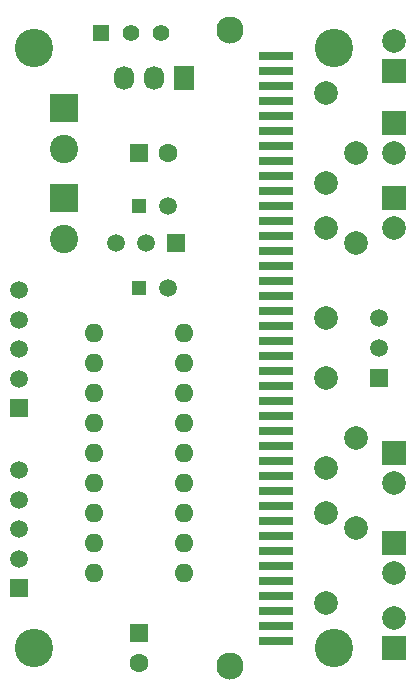
<source format=gts>
G04 #@! TF.FileFunction,Soldermask,Top*
%FSLAX46Y46*%
G04 Gerber Fmt 4.6, Leading zero omitted, Abs format (unit mm)*
G04 Created by KiCad (PCBNEW 4.0.7) date 08/30/19 18:56:12*
%MOMM*%
%LPD*%
G01*
G04 APERTURE LIST*
%ADD10C,0.100000*%
%ADD11C,2.000000*%
%ADD12R,2.000000X2.000000*%
%ADD13R,1.397000X1.397000*%
%ADD14C,1.397000*%
%ADD15C,3.250000*%
%ADD16R,1.600000X1.600000*%
%ADD17C,1.600000*%
%ADD18R,1.300000X1.300000*%
%ADD19C,1.500000*%
%ADD20O,1.600000X1.600000*%
%ADD21R,1.727200X2.032000*%
%ADD22O,1.727200X2.032000*%
%ADD23C,2.400000*%
%ADD24R,2.400000X2.400000*%
%ADD25C,1.520000*%
%ADD26R,1.520000X1.520000*%
%ADD27R,1.500000X1.500000*%
%ADD28C,2.300000*%
%ADD29R,2.900000X0.800000*%
G04 APERTURE END LIST*
D10*
D11*
X156210000Y-111760000D03*
D12*
X156210000Y-114300000D03*
D11*
X156210000Y-62865000D03*
D12*
X156210000Y-65405000D03*
D11*
X156210000Y-72390000D03*
D12*
X156210000Y-69850000D03*
D13*
X131445000Y-62230000D03*
D14*
X133985000Y-62230000D03*
X136525000Y-62230000D03*
D15*
X151130000Y-114300000D03*
D11*
X156210000Y-100330000D03*
D12*
X156210000Y-97790000D03*
D16*
X134620000Y-72390000D03*
D17*
X137120000Y-72390000D03*
D18*
X134620000Y-76835000D03*
D19*
X137120000Y-76835000D03*
D20*
X138430000Y-107950000D03*
X138430000Y-105410000D03*
X138430000Y-102870000D03*
X138430000Y-100330000D03*
X138430000Y-97790000D03*
X138430000Y-95250000D03*
X138430000Y-92710000D03*
X138430000Y-90170000D03*
X138430000Y-87630000D03*
X130810000Y-87630000D03*
X130810000Y-90170000D03*
X130810000Y-92710000D03*
X130810000Y-95250000D03*
X130810000Y-97790000D03*
X130810000Y-100330000D03*
X130810000Y-102870000D03*
X130810000Y-105410000D03*
X130810000Y-107950000D03*
D15*
X125730000Y-114300000D03*
X151130000Y-63500000D03*
X125730000Y-63500000D03*
D17*
X134620000Y-115530000D03*
D16*
X134620000Y-113030000D03*
D21*
X138430000Y-66040000D03*
D22*
X135890000Y-66040000D03*
X133350000Y-66040000D03*
D23*
X128270000Y-72080000D03*
D24*
X128270000Y-68580000D03*
D23*
X128270000Y-79700000D03*
D24*
X128270000Y-76200000D03*
D11*
X156210000Y-78740000D03*
D12*
X156210000Y-76200000D03*
D18*
X134620000Y-83820000D03*
D19*
X137120000Y-83820000D03*
D11*
X156210000Y-107950000D03*
D12*
X156210000Y-105410000D03*
D25*
X135255000Y-80010000D03*
X132715000Y-80010000D03*
D26*
X137795000Y-80010000D03*
D27*
X124460000Y-109220000D03*
D19*
X124460000Y-106720000D03*
X124460000Y-104220000D03*
X124460000Y-101720000D03*
X124460000Y-99220000D03*
D27*
X124460000Y-93980000D03*
D19*
X124460000Y-91480000D03*
X124460000Y-88980000D03*
X124460000Y-86480000D03*
X124460000Y-83980000D03*
D25*
X154940000Y-88900000D03*
X154940000Y-86360000D03*
D26*
X154940000Y-91440000D03*
D11*
X150495000Y-102870000D03*
X150495000Y-110490000D03*
X150495000Y-67310000D03*
X150495000Y-74930000D03*
X153035000Y-80010000D03*
X153035000Y-72390000D03*
X150495000Y-99060000D03*
X150495000Y-91440000D03*
X150495000Y-86360000D03*
X150495000Y-78740000D03*
X153035000Y-96520000D03*
X153035000Y-104140000D03*
D28*
X142310000Y-62000000D03*
D29*
X146210000Y-113665000D03*
X146210000Y-111125000D03*
X146210000Y-108585000D03*
X146210000Y-106045000D03*
X146210000Y-103505000D03*
X146210000Y-100965000D03*
X146210000Y-98425000D03*
X146210000Y-95885000D03*
X146210000Y-93345000D03*
X146210000Y-90805000D03*
X146210000Y-88265000D03*
X146210000Y-85725000D03*
X146210000Y-83185000D03*
X146210000Y-80645000D03*
X146210000Y-78105000D03*
X146210000Y-75565000D03*
X146210000Y-73025000D03*
X146210000Y-70485000D03*
X146210000Y-67945000D03*
X146210000Y-65405000D03*
X146210000Y-112395000D03*
X146210000Y-109855000D03*
X146210000Y-107315000D03*
X146210000Y-104775000D03*
X146210000Y-102235000D03*
X146210000Y-99695000D03*
X146210000Y-97155000D03*
X146210000Y-94615000D03*
X146210000Y-92075000D03*
X146210000Y-89535000D03*
X146210000Y-86995000D03*
X146210000Y-84455000D03*
X146210000Y-81915000D03*
X146210000Y-79375000D03*
X146210000Y-76835000D03*
X146210000Y-74295000D03*
X146210000Y-71755000D03*
X146210000Y-69215000D03*
X146210000Y-66675000D03*
X146210000Y-64135000D03*
D28*
X142310000Y-115800000D03*
M02*

</source>
